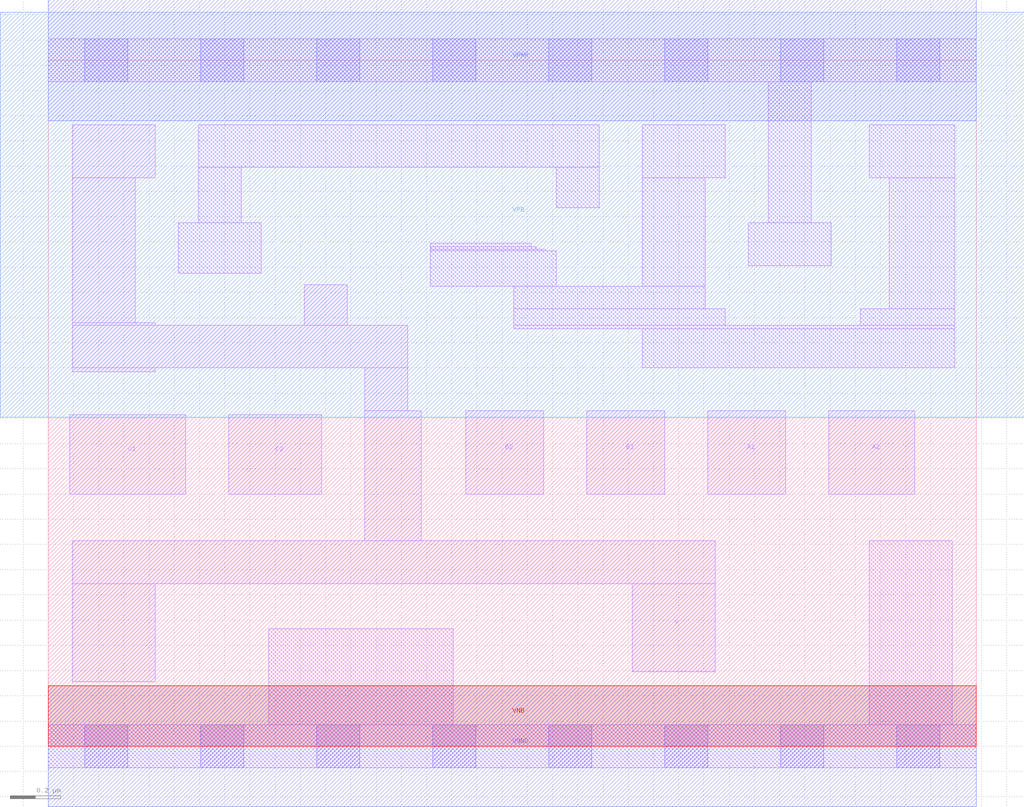
<source format=lef>
# Copyright 2020 The SkyWater PDK Authors
#
# Licensed under the Apache License, Version 2.0 (the "License");
# you may not use this file except in compliance with the License.
# You may obtain a copy of the License at
#
#     https://www.apache.org/licenses/LICENSE-2.0
#
# Unless required by applicable law or agreed to in writing, software
# distributed under the License is distributed on an "AS IS" BASIS,
# WITHOUT WARRANTIES OR CONDITIONS OF ANY KIND, either express or implied.
# See the License for the specific language governing permissions and
# limitations under the License.
#
# SPDX-License-Identifier: Apache-2.0

VERSION 5.7 ;
  NOWIREEXTENSIONATPIN ON ;
  DIVIDERCHAR "/" ;
  BUSBITCHARS "[]" ;
MACRO sky130_fd_sc_hd__a222oi_1
  CLASS CORE ;
  FOREIGN sky130_fd_sc_hd__a222oi_1 ;
  ORIGIN  0.000000  0.000000 ;
  SIZE  3.680000 BY  2.720000 ;
  SYMMETRY X Y R90 ;
  SITE unithd ;
  PIN A1
    ANTENNAGATEAREA  0.246000 ;
    DIRECTION INPUT ;
    USE SIGNAL ;
    PORT
      LAYER li1 ;
        RECT 2.615000 1.000000 2.925000 1.330000 ;
    END
  END A1
  PIN A2
    ANTENNAGATEAREA  0.246000 ;
    DIRECTION INPUT ;
    USE SIGNAL ;
    PORT
      LAYER li1 ;
        RECT 3.095000 1.000000 3.435000 1.330000 ;
    END
  END A2
  PIN B1
    ANTENNAGATEAREA  0.246000 ;
    DIRECTION INPUT ;
    USE SIGNAL ;
    PORT
      LAYER li1 ;
        RECT 2.135000 1.000000 2.445000 1.330000 ;
    END
  END B1
  PIN B2
    ANTENNAGATEAREA  0.246000 ;
    DIRECTION INPUT ;
    USE SIGNAL ;
    PORT
      LAYER li1 ;
        RECT 1.655000 1.000000 1.965000 1.330000 ;
    END
  END B2
  PIN C1
    ANTENNAGATEAREA  0.246000 ;
    DIRECTION INPUT ;
    USE SIGNAL ;
    PORT
      LAYER li1 ;
        RECT 0.085000 1.000000 0.545000 1.315000 ;
    END
  END C1
  PIN C2
    ANTENNAGATEAREA  0.246000 ;
    DIRECTION INPUT ;
    USE SIGNAL ;
    PORT
      LAYER li1 ;
        RECT 0.715000 1.000000 1.085000 1.315000 ;
    END
  END C2
  PIN Y
    ANTENNADIFFAREA  0.897600 ;
    DIRECTION OUTPUT ;
    USE SIGNAL ;
    PORT
      LAYER li1 ;
        RECT 0.095000 0.255000 0.425000 0.645000 ;
        RECT 0.095000 0.645000 2.645000 0.815000 ;
        RECT 0.095000 1.485000 0.425000 1.500000 ;
        RECT 0.095000 1.500000 1.425000 1.670000 ;
        RECT 0.095000 1.670000 0.425000 1.680000 ;
        RECT 0.095000 1.680000 0.345000 2.255000 ;
        RECT 0.095000 2.255000 0.425000 2.465000 ;
        RECT 1.015000 1.670000 1.185000 1.830000 ;
        RECT 1.255000 0.815000 1.480000 1.330000 ;
        RECT 1.255000 1.330000 1.425000 1.500000 ;
        RECT 2.315000 0.295000 2.645000 0.645000 ;
    END
  END Y
  PIN VGND
    DIRECTION INOUT ;
    SHAPE ABUTMENT ;
    USE GROUND ;
    PORT
      LAYER met1 ;
        RECT 0.000000 -0.240000 3.680000 0.240000 ;
    END
  END VGND
  PIN VNB
    DIRECTION INOUT ;
    USE GROUND ;
    PORT
      LAYER pwell ;
        RECT 0.000000 0.000000 3.680000 0.240000 ;
    END
  END VNB
  PIN VPB
    DIRECTION INOUT ;
    USE POWER ;
    PORT
      LAYER nwell ;
        RECT -0.190000 1.305000 3.870000 2.910000 ;
    END
  END VPB
  PIN VPWR
    DIRECTION INOUT ;
    SHAPE ABUTMENT ;
    USE POWER ;
    PORT
      LAYER met1 ;
        RECT 0.000000 2.480000 3.680000 2.960000 ;
    END
  END VPWR
  OBS
    LAYER li1 ;
      RECT 0.000000 -0.085000 3.680000 0.085000 ;
      RECT 0.000000  2.635000 3.680000 2.805000 ;
      RECT 0.515000  1.875000 0.845000 2.075000 ;
      RECT 0.595000  2.075000 0.765000 2.295000 ;
      RECT 0.595000  2.295000 2.185000 2.465000 ;
      RECT 0.875000  0.085000 1.605000 0.465000 ;
      RECT 1.515000  1.825000 2.015000 1.965000 ;
      RECT 1.515000  1.965000 1.970000 1.970000 ;
      RECT 1.515000  1.970000 1.935000 1.980000 ;
      RECT 1.515000  1.980000 1.915000 1.995000 ;
      RECT 1.845000  1.655000 3.595000 1.670000 ;
      RECT 1.845000  1.670000 2.685000 1.735000 ;
      RECT 1.845000  1.735000 2.605000 1.825000 ;
      RECT 2.015000  2.135000 2.185000 2.295000 ;
      RECT 2.355000  1.500000 3.595000 1.655000 ;
      RECT 2.355000  1.825000 2.605000 2.255000 ;
      RECT 2.355000  2.255000 2.685000 2.465000 ;
      RECT 2.775000  1.905000 3.105000 2.075000 ;
      RECT 2.855000  2.075000 3.025000 2.635000 ;
      RECT 3.220000  1.670000 3.595000 1.735000 ;
      RECT 3.255000  0.085000 3.585000 0.815000 ;
      RECT 3.255000  2.255000 3.595000 2.465000 ;
      RECT 3.335000  1.735000 3.595000 2.255000 ;
    LAYER mcon ;
      RECT 0.145000 -0.085000 0.315000 0.085000 ;
      RECT 0.145000  2.635000 0.315000 2.805000 ;
      RECT 0.605000 -0.085000 0.775000 0.085000 ;
      RECT 0.605000  2.635000 0.775000 2.805000 ;
      RECT 1.065000 -0.085000 1.235000 0.085000 ;
      RECT 1.065000  2.635000 1.235000 2.805000 ;
      RECT 1.525000 -0.085000 1.695000 0.085000 ;
      RECT 1.525000  2.635000 1.695000 2.805000 ;
      RECT 1.985000 -0.085000 2.155000 0.085000 ;
      RECT 1.985000  2.635000 2.155000 2.805000 ;
      RECT 2.445000 -0.085000 2.615000 0.085000 ;
      RECT 2.445000  2.635000 2.615000 2.805000 ;
      RECT 2.905000 -0.085000 3.075000 0.085000 ;
      RECT 2.905000  2.635000 3.075000 2.805000 ;
      RECT 3.365000 -0.085000 3.535000 0.085000 ;
      RECT 3.365000  2.635000 3.535000 2.805000 ;
  END
END sky130_fd_sc_hd__a222oi_1
END LIBRARY

</source>
